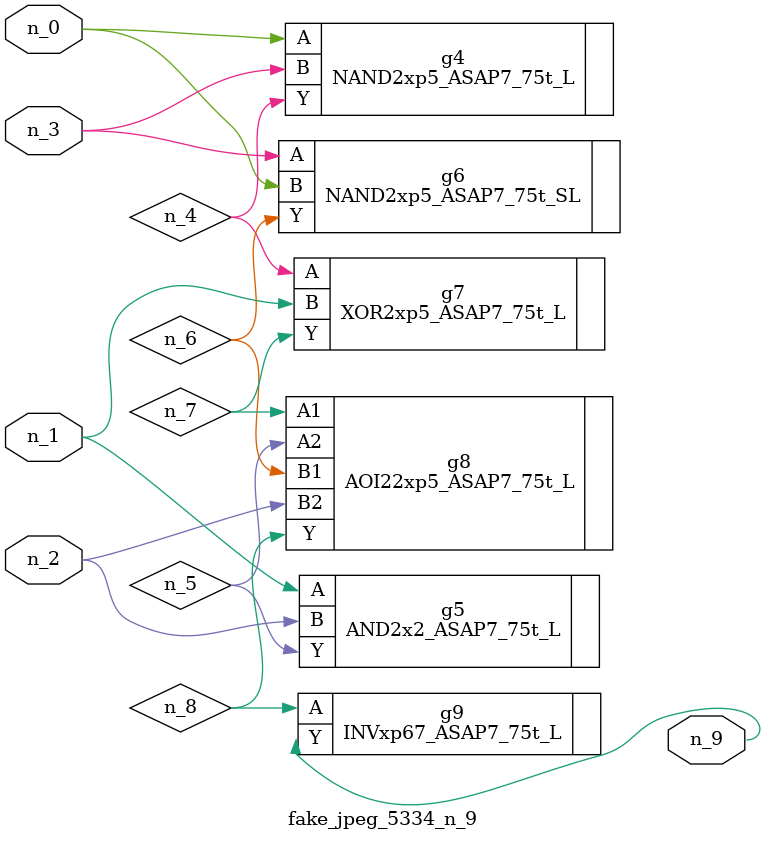
<source format=v>
module fake_jpeg_5334_n_9 (n_0, n_3, n_2, n_1, n_9);

input n_0;
input n_3;
input n_2;
input n_1;

output n_9;

wire n_4;
wire n_8;
wire n_6;
wire n_5;
wire n_7;

NAND2xp5_ASAP7_75t_L g4 ( 
.A(n_0),
.B(n_3),
.Y(n_4)
);

AND2x2_ASAP7_75t_L g5 ( 
.A(n_1),
.B(n_2),
.Y(n_5)
);

NAND2xp5_ASAP7_75t_SL g6 ( 
.A(n_3),
.B(n_0),
.Y(n_6)
);

XOR2xp5_ASAP7_75t_L g7 ( 
.A(n_4),
.B(n_1),
.Y(n_7)
);

AOI22xp5_ASAP7_75t_L g8 ( 
.A1(n_7),
.A2(n_5),
.B1(n_6),
.B2(n_2),
.Y(n_8)
);

INVxp67_ASAP7_75t_L g9 ( 
.A(n_8),
.Y(n_9)
);


endmodule
</source>
